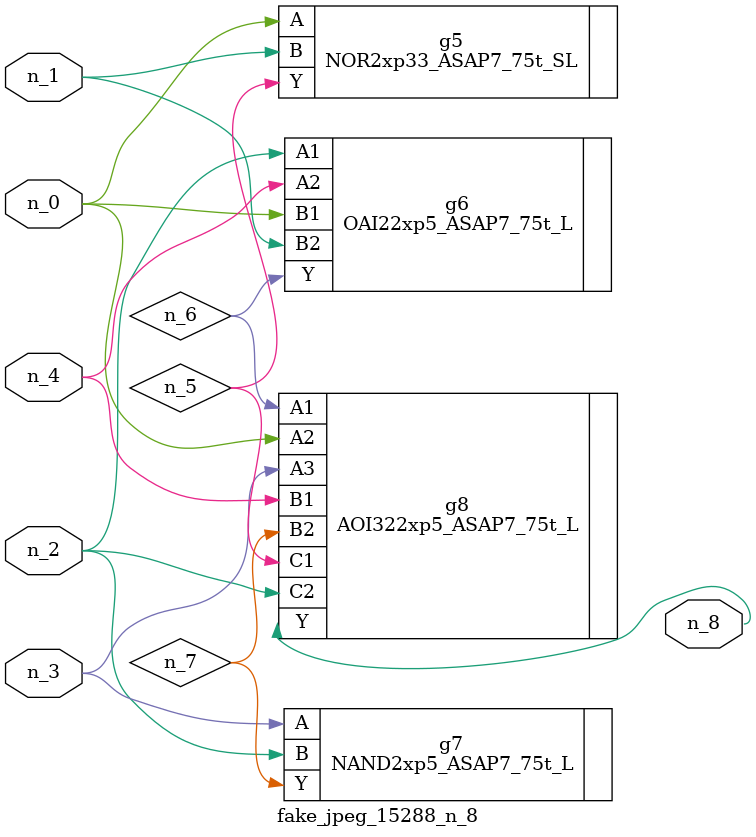
<source format=v>
module fake_jpeg_15288_n_8 (n_3, n_2, n_1, n_0, n_4, n_8);

input n_3;
input n_2;
input n_1;
input n_0;
input n_4;

output n_8;

wire n_6;
wire n_5;
wire n_7;

NOR2xp33_ASAP7_75t_SL g5 ( 
.A(n_0),
.B(n_1),
.Y(n_5)
);

OAI22xp5_ASAP7_75t_L g6 ( 
.A1(n_2),
.A2(n_4),
.B1(n_0),
.B2(n_1),
.Y(n_6)
);

NAND2xp5_ASAP7_75t_L g7 ( 
.A(n_3),
.B(n_2),
.Y(n_7)
);

AOI322xp5_ASAP7_75t_L g8 ( 
.A1(n_6),
.A2(n_0),
.A3(n_3),
.B1(n_4),
.B2(n_7),
.C1(n_5),
.C2(n_2),
.Y(n_8)
);


endmodule
</source>
